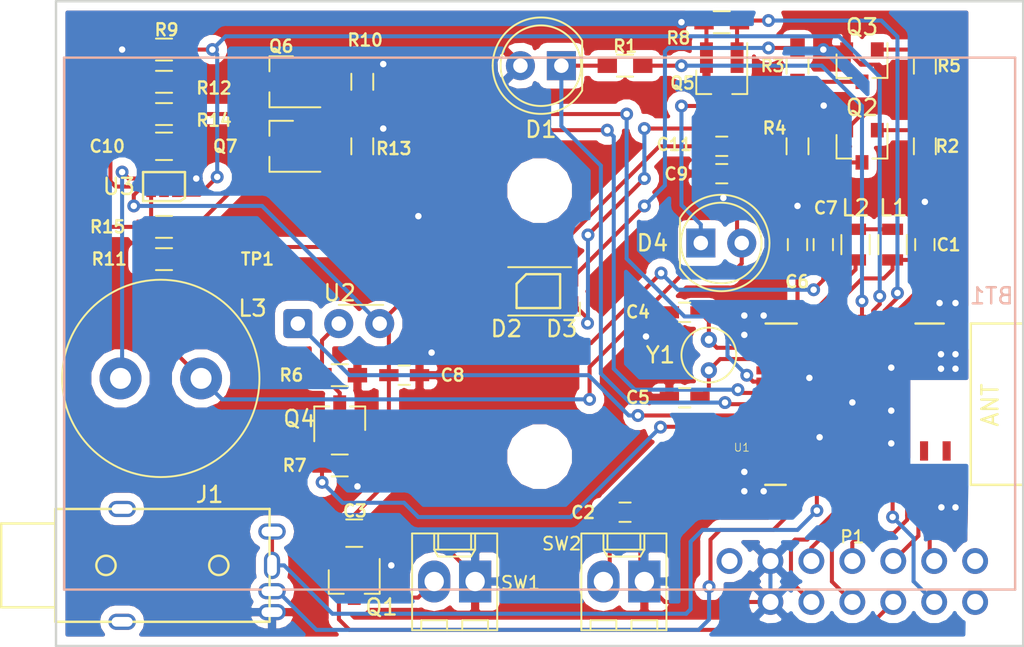
<source format=kicad_pcb>
(kicad_pcb (version 20171130) (host pcbnew 5.0.2-bee76a0~70~ubuntu16.04.1)
  (layers (0 F.Cu signal) (31 B.Cu signal) (34 B.Paste user hide) (35 F.Paste user hide) (36 B.SilkS user) (37 F.SilkS user) (38 B.Mask user) (39 F.Mask user) (44 Edge.Cuts user))
  (net 0 "")
  (net 1 GND)
  (net 2 /DEC4)
  (net 3 /BUTTON)
  (net 4 VDD)
  (net 5 /LFCLK_XL1)
  (net 6 /LFCLK_XL2)
  (net 7 /Sheet5C63BFE7/VLED)
  (net 8 "Net-(C11-Pad2)")
  (net 9 /LIGHT_SENSE)
  (net 10 "Net-(D2-Pad4)")
  (net 11 "Net-(D2-Pad2)")
  (net 12 "Net-(D4-Pad1)")
  (net 13 "Net-(L1-Pad2)")
  (net 14 /DCC)
  (net 15 "Net-(L3-Pad1)")
  (net 16 /SWDIO)
  (net 17 /SWDCLK)
  (net 18 /RESET)
  (net 19 /GPIO2)
  (net 20 /RX)
  (net 21 /GPIO1)
  (net 22 /TX)
  (net 23 "Net-(Q1-Pad3)")
  (net 24 "Net-(Q2-Pad3)")
  (net 25 /LED_RED)
  (net 26 /LED_GREEN)
  (net 27 "Net-(Q3-Pad3)")
  (net 28 "Net-(Q4-Pad3)")
  (net 29 /RX_EN)
  (net 30 "Net-(Q6-Pad3)")
  (net 31 "Net-(Q7-Pad3)")
  (net 32 /RX_OUT)
  (net 33 /FOCUS)
  (net 34 /TRIGGER)
  (net 35 /LIGHT_SENSE_EN)
  (net 36 /IR_LED_EN)
  (net 37 /PWR1)
  (net 38 /PWR2)
  (net 39 /REG_EN)
  (module Package_TO_SOT_SMD:SOT-23 (layer F.Cu) (at 50 4 270)
    (fp_text reference Q3 (at -2.4 0) (layer F.SilkS))
    (fp_text value SI2302)
    (pad 1 smd rect (at -1 -0.95 270) (size 0.9 0.8) (layers F.Cu F.Paste F.Mask) (net 26 /LED_GREEN))
    (pad 2 smd rect (at -1 0.95 270) (size 0.9 0.8) (layers F.Cu F.Paste F.Mask) (net 1 GND))
    (pad 3 smd rect (at 1 0 270) (size 0.9 0.8) (layers F.Cu F.Paste F.Mask) (net 27 "Net-(Q3-Pad3)"))
  )
  (module senseBe_rev1_fp:R_0603_HandSoldering (layer F.Cu) (at 6.7 7)
    (fp_text reference R14 (at 3.1 0.39) (layer F.SilkS) (effects (font (size 0.75 0.75))))
    (fp_text value 3.9M)
    (pad 1 smd rect (at -1.1 0) (size 1.2 0.9) (layers F.Cu F.Paste F.Mask) (net 8 "Net-(C11-Pad2)"))
    (pad 2 smd rect (at 1.1 0) (size 1.2 0.9) (layers F.Cu F.Paste F.Mask) (net 30 "Net-(Q6-Pad3)"))
  )
  (module senseBe_rev1_fp:Vishay_MINIMOLD-3Pin (layer F.Cu) (at 15 20)
    (fp_text reference U2 (at 2.6 -1.9 180) (layer F.SilkS))
    (fp_text value TSSP4056)
    (pad 1 thru_hole roundrect (at 0 0) (size 1.8 1.8) (drill 0.9) (layers *.Cu *.Mask) (roundrect_rratio 0.139) (net 32 /RX_OUT))
    (pad 2 thru_hole circle (at 2.54 0) (size 1.8 1.8) (drill 0.9) (layers *.Cu *.Mask) (net 28 "Net-(Q4-Pad3)"))
    (pad 3 thru_hole circle (at 5.08 0) (size 1.8 1.8) (drill 0.9) (layers *.Cu *.Mask) (net 4 VDD))
  )
  (module senseBe_rev1_fp:2462_BatteryHolder_AAx2 (layer B.Cu) (at 30 20 90)
    (fp_text reference BT1 (at 1.712 28.039 180) (layer B.SilkS) (effects (justify mirror)))
    (fp_text value Battery)
  )
  (module senseBe_rev1_fp:C_0805_HandSoldering (layer F.Cu) (at 6.7 9)
    (fp_text reference C10 (at -3.525 0) (layer F.SilkS) (effects (font (size 0.75 0.75))))
    (fp_text value 22u)
    (pad 2 smd rect (at 1.25 0) (size 1.5 1.25) (layers F.Cu F.Paste F.Mask) (net 1 GND))
    (pad 1 smd rect (at -1.25 0) (size 1.5 1.25) (layers F.Cu F.Paste F.Mask) (net 4 VDD))
  )
  (module senseBe_rev1_fp:mdbt42Q (layer F.Cu) (at 50.5 25 270)
    (fp_text reference U1 (at 2.686 7.955) (layer F.SilkS) (effects (font (size 0.5 0.5) (thickness 0.05))))
    (fp_text value MDBT42Q hide)
    (fp_text user ANT (at 0.05 -7.45 270) (layer F.SilkS))
    (pad 12 smd rect (at -4.3 6.25 270) (size 0.5 1.6) (layers F.Cu F.Paste F.Mask) (net 1 GND))
    (pad 2 smd rect (at -4.75 -2.3 270) (size 1.6 0.5) (layers F.Cu F.Paste F.Mask) (net 26 /LED_GREEN))
    (pad 1 smd rect (at -4.75 -5.3 270) (size 1.6 0.9) (layers F.Cu F.Paste F.Mask) (net 1 GND))
    (pad 3 smd rect (at -4.75 -1.6 270) (size 1.6 0.5) (layers F.Cu F.Paste F.Mask) (net 25 /LED_RED))
    (pad 4 smd rect (at -4.75 -0.9 270) (size 1.6 0.5) (layers F.Cu F.Paste F.Mask) (net 36 /IR_LED_EN))
    (pad 5 smd rect (at -4.75 -0.2 270) (size 1.6 0.5) (layers F.Cu F.Paste F.Mask) (net 39 /REG_EN))
    (pad 6 smd rect (at -4.75 0.5 270) (size 1.6 0.5) (layers F.Cu F.Paste F.Mask) (net 35 /LIGHT_SENSE_EN))
    (pad 7 smd rect (at -4.75 1.2 270) (size 1.6 0.5) (layers F.Cu F.Paste F.Mask))
    (pad 8 smd rect (at -4.75 1.9 270) (size 1.6 0.5) (layers F.Cu F.Paste F.Mask) (net 4 VDD))
    (pad 9 smd rect (at -4.75 2.6 270) (size 1.6 0.5) (layers F.Cu F.Paste F.Mask) (net 2 /DEC4))
    (pad 10 smd rect (at -4.75 3.3 270) (size 1.6 0.5) (layers F.Cu F.Paste F.Mask) (net 14 /DCC))
    (pad 11 smd rect (at -4.75 4 270) (size 1.6 0.5) (layers F.Cu F.Paste F.Mask) (net 4 VDD))
    (pad 13 smd rect (at -3.5 6.25 270) (size 0.5 1.6) (layers F.Cu F.Paste F.Mask) (net 5 /LFCLK_XL1))
    (pad 14 smd rect (at -2.8 6.25 270) (size 0.5 1.6) (layers F.Cu F.Paste F.Mask) (net 6 /LFCLK_XL2))
    (pad 15 smd rect (at -2.1 6.25 270) (size 0.5 1.6) (layers F.Cu F.Paste F.Mask))
    (pad 16 smd rect (at -1.4 6.25 270) (size 0.5 1.6) (layers F.Cu F.Paste F.Mask) (net 37 /PWR1))
    (pad 17 smd rect (at -0.7 6.25 270) (size 0.5 1.6) (layers F.Cu F.Paste F.Mask) (net 38 /PWR2))
    (pad 18 smd rect (at 0 6.25 270) (size 0.5 1.6) (layers F.Cu F.Paste F.Mask) (net 9 /LIGHT_SENSE))
    (pad 19 smd rect (at 0.7 6.25 270) (size 0.5 1.6) (layers F.Cu F.Paste F.Mask) (net 32 /RX_OUT))
    (pad 20 smd rect (at 1.4 6.25 270) (size 0.5 1.6) (layers F.Cu F.Paste F.Mask) (net 29 /RX_EN))
    (pad 21 smd rect (at 2.1 6.25 270) (size 0.5 1.6) (layers F.Cu F.Paste F.Mask) (net 3 /BUTTON))
    (pad 22 smd rect (at 2.8 6.25 270) (size 0.5 1.6) (layers F.Cu F.Paste F.Mask))
    (pad 23 smd rect (at 3.5 6.25 270) (size 0.5 1.6) (layers F.Cu F.Paste F.Mask))
    (pad 24 smd rect (at 4.2 6.25 270) (size 0.5 1.6) (layers F.Cu F.Paste F.Mask) (net 1 GND))
    (pad 25 smd rect (at 4.75 4.7 270) (size 1.6 0.5) (layers F.Cu F.Paste F.Mask))
    (pad 26 smd rect (at 4.75 4 270) (size 1.6 0.5) (layers F.Cu F.Paste F.Mask) (net 33 /FOCUS))
    (pad 27 smd rect (at 4.75 3.3 270) (size 1.6 0.5) (layers F.Cu F.Paste F.Mask) (net 34 /TRIGGER))
    (pad 28 smd rect (at 4.75 2.6 270) (size 1.6 0.5) (layers F.Cu F.Paste F.Mask))
    (pad 29 smd rect (at 4.75 1.9 270) (size 1.6 0.5) (layers F.Cu F.Paste F.Mask))
    (pad 30 smd rect (at 4.75 1.2 270) (size 1.6 0.5) (layers F.Cu F.Paste F.Mask))
    (pad 31 smd rect (at 4.75 0.5 270) (size 1.6 0.5) (layers F.Cu F.Paste F.Mask) (net 20 /RX))
    (pad 32 smd rect (at 4.75 -0.2 270) (size 1.6 0.5) (layers F.Cu F.Paste F.Mask) (net 19 /GPIO2))
    (pad 33 smd rect (at 4.75 -0.9 270) (size 1.6 0.5) (layers F.Cu F.Paste F.Mask) (net 21 /GPIO1))
    (pad 34 smd rect (at 4.75 -1.6 270) (size 1.6 0.5) (layers F.Cu F.Paste F.Mask) (net 22 /TX))
    (pad 35 smd rect (at 4.75 -2.3 270) (size 1.6 0.5) (layers F.Cu F.Paste F.Mask) (net 18 /RESET))
    (pad 36 smd rect (at 4.75 -3 270) (size 1.6 0.5) (layers F.Cu F.Paste F.Mask) (net 17 /SWDCLK))
    (pad 37 smd rect (at 4.75 -3.7 270) (size 1.6 0.5) (layers F.Cu F.Paste F.Mask) (net 16 /SWDIO))
    (pad 38 smd rect (at 4.75 -4.4 270) (size 1.6 0.5) (layers F.Cu F.Paste F.Mask))
    (pad 39 smd rect (at 4.75 -5.3 270) (size 1.6 0.9) (layers F.Cu F.Paste F.Mask) (net 1 GND))
    (pad 40 smd rect (at 2.9 -4.75 270) (size 1.2 0.5) (layers F.Cu F.Paste F.Mask))
    (pad 41 smd rect (at 2.9 -3.35 270) (size 1.2 0.5) (layers F.Cu F.Paste F.Mask))
  )
  (module senseBe_rev1_fp:PJ-32434-3_5mm-AudioJack (layer F.Cu) (at 6.6 35 90)
    (fp_text reference J1 (at 4.393 2.925 180) (layer F.SilkS))
    (fp_text value PJ-32434_3-5mmAudioJack)
    (pad 1 thru_hole oval (at -2.9 6.8 90) (size 1 1.7) (drill oval 0.6 1.3) (layers *.Cu *.Mask) (net 1 GND))
    (pad 2 thru_hole oval (at 0 6.8 180) (size 1 1.7) (drill oval 0.6 1.3) (layers *.Cu *.Mask) (net 34 /TRIGGER))
    (pad 3 thru_hole oval (at -1.6 6.8 90) (size 1 1.7) (drill oval 0.6 1.3) (layers *.Cu *.Mask) (net 33 /FOCUS))
    (pad 4 thru_hole oval (at 2.1 6.8 90) (size 1 1.7) (drill oval 0.6 1.3) (layers *.Cu *.Mask) (net 34 /TRIGGER))
    (pad "" thru_hole oval (at -3.5 -2.5 90) (size 1 1.7) (drill oval 0.6 1.3) (layers *.Cu *.Mask))
    (pad "" thru_hole oval (at 3.5 -2.5 90) (size 1 1.7) (drill oval 0.6 1.3) (layers *.Cu *.Mask))
  )
  (module senseBe_rev1_fp:LED_APBD3224SURKCGKC-F01 (layer F.Cu) (at 30 18 180)
    (fp_text reference D3 (at -1.369 -2.32 180) (layer F.SilkS))
    (fp_text value APBD3224SURKCGKC)
    (pad 2 smd rect (at -1.6 -0.7 180) (size 1.6 0.8) (layers F.Cu F.Paste F.Mask) (net 10 "Net-(D2-Pad4)"))
    (pad 1 smd rect (at 1.6 -0.7 180) (size 1.6 0.8) (layers F.Cu F.Paste F.Mask) (net 4 VDD))
    (pad 3 smd rect (at 1.6 0.7 180) (size 1.6 0.8) (layers F.Cu F.Paste F.Mask) (net 4 VDD))
    (pad 4 smd rect (at -1.6 0.7 180) (size 1.6 0.8) (layers F.Cu F.Paste F.Mask) (net 11 "Net-(D2-Pad2)"))
  )
  (module senseBe_rev1_fp:C_0603_HandSoldering (layer F.Cu) (at 53.9 15.1 270)
    (fp_text reference C1 (at 0.013 -1.472) (layer F.SilkS) (effects (font (size 0.75 0.75))))
    (fp_text value 1uF)
    (pad 1 smd rect (at -0.95 0 270) (size 1.2 0.75) (layers F.Cu F.Paste F.Mask) (net 1 GND))
    (pad 2 smd rect (at 0.95 0 270) (size 1.2 0.75) (layers F.Cu F.Paste F.Mask) (net 2 /DEC4))
  )
  (module senseBe_rev1_fp:C_0603_HandSoldering (layer F.Cu) (at 35.3 31.7 180)
    (fp_text reference C2 (at 2.6 -0.02 180) (layer F.SilkS) (effects (font (size 0.75 0.75))))
    (fp_text value 100nF)
    (pad 1 smd rect (at -0.95 0 180) (size 1.2 0.75) (layers F.Cu F.Paste F.Mask) (net 1 GND))
    (pad 2 smd rect (at 0.95 0 180) (size 1.2 0.75) (layers F.Cu F.Paste F.Mask) (net 3 /BUTTON))
  )
  (module senseBe_rev1_fp:C_0603_HandSoldering (layer F.Cu) (at 39 19.3)
    (fp_text reference C4 (at -2.9 -0.02) (layer F.SilkS) (effects (font (size 0.75 0.75))))
    (fp_text value 8pF)
    (pad 1 smd rect (at -0.95 0) (size 1.2 0.75) (layers F.Cu F.Paste F.Mask) (net 1 GND))
    (pad 2 smd rect (at 0.95 0) (size 1.2 0.75) (layers F.Cu F.Paste F.Mask) (net 5 /LFCLK_XL1))
  )
  (module senseBe_rev1_fp:C_0603_HandSoldering (layer F.Cu) (at 39 24.6)
    (fp_text reference C5 (at -2.9 -0.02) (layer F.SilkS) (effects (font (size 0.75 0.75))))
    (fp_text value 8pF)
    (pad 2 smd rect (at 0.95 0) (size 1.2 0.75) (layers F.Cu F.Paste F.Mask) (net 6 /LFCLK_XL2))
    (pad 1 smd rect (at -0.95 0) (size 1.2 0.75) (layers F.Cu F.Paste F.Mask) (net 1 GND))
  )
  (module senseBe_rev1_fp:C_0603_HandSoldering (layer F.Cu) (at 46 15.1 270)
    (fp_text reference C6 (at 2.299 0.026) (layer F.SilkS) (effects (font (size 0.75 0.75))))
    (fp_text value 1uF)
    (pad 2 smd rect (at 0.95 0 270) (size 1.2 0.75) (layers F.Cu F.Paste F.Mask) (net 4 VDD))
    (pad 1 smd rect (at -0.95 0 270) (size 1.2 0.75) (layers F.Cu F.Paste F.Mask) (net 1 GND))
  )
  (module senseBe_rev1_fp:C_0603_HandSoldering (layer F.Cu) (at 47.6 15.1 270)
    (fp_text reference C7 (at -2.273 -0.152) (layer F.SilkS) (effects (font (size 0.75 0.75))))
    (fp_text value 100nF)
    (pad 2 smd rect (at 0.95 0 270) (size 1.2 0.75) (layers F.Cu F.Paste F.Mask) (net 4 VDD))
    (pad 1 smd rect (at -0.95 0 270) (size 1.2 0.75) (layers F.Cu F.Paste F.Mask) (net 1 GND))
  )
  (module senseBe_rev1_fp:C_0603_HandSoldering (layer F.Cu) (at 21.6 23.2)
    (fp_text reference C8 (at 3 0) (layer F.SilkS) (effects (font (size 0.75 0.75))))
    (fp_text value 100nF)
    (pad 1 smd rect (at -0.95 0) (size 1.2 0.75) (layers F.Cu F.Paste F.Mask) (net 4 VDD))
    (pad 2 smd rect (at 0.95 0) (size 1.2 0.75) (layers F.Cu F.Paste F.Mask) (net 1 GND))
  )
  (module senseBe_rev1_fp:C_0603_HandSoldering (layer F.Cu) (at 41.3 10.7 180)
    (fp_text reference C9 (at 2.819 -0.02 180) (layer F.SilkS) (effects (font (size 0.75 0.75))))
    (fp_text value 10u)
    (pad 1 smd rect (at -0.95 0 180) (size 1.2 0.75) (layers F.Cu F.Paste F.Mask) (net 7 /Sheet5C63BFE7/VLED))
    (pad 2 smd rect (at 0.95 0 180) (size 1.2 0.75) (layers F.Cu F.Paste F.Mask) (net 1 GND))
  )
  (module senseBe_rev1_fp:C_0603_HandSoldering (layer F.Cu) (at 41.3 9 180)
    (fp_text reference C11 (at 2.946 0.11 180) (layer F.SilkS) (effects (font (size 0.75 0.75))))
    (fp_text value 8p)
    (pad 2 smd rect (at 0.95 0 180) (size 1.2 0.75) (layers F.Cu F.Paste F.Mask) (net 8 "Net-(C11-Pad2)"))
    (pad 1 smd rect (at -0.95 0 180) (size 1.2 0.75) (layers F.Cu F.Paste F.Mask) (net 7 /Sheet5C63BFE7/VLED))
  )
  (module LED_THT:LED_D5.0mm (layer F.Cu) (at 31.35 4 180)
    (fp_text reference D1 (at 1.27 -3.96 180) (layer F.SilkS))
    (fp_text value D_Photo)
    (pad 2 thru_hole circle (at 2.54 0 180) (size 1.8 1.8) (drill 0.9) (layers *.Cu *.Mask) (net 1 GND))
    (pad 1 thru_hole rect (at 0 0 180) (size 1.8 1.8) (drill 0.9) (layers *.Cu *.Mask) (net 9 /LIGHT_SENSE))
  )
  (module senseBe_rev1_fp:18-225_R6G6C-A01_3T (layer F.Cu) (at 29.972 18.034 180)
    (fp_text reference D2 (at 2.032 -2.286 180) (layer F.SilkS))
    (fp_text value 18-225/R6G6C-A01/3T)
    (pad 4 smd rect (at -0.7 -0.4 180) (size 0.6 0.5) (layers F.Cu F.Paste F.Mask) (net 10 "Net-(D2-Pad4)"))
    (pad 3 smd rect (at 0.7 -0.4 180) (size 0.6 0.5) (layers F.Cu F.Paste F.Mask) (net 4 VDD))
    (pad 1 smd rect (at 0.7 0.4 180) (size 0.6 0.5) (layers F.Cu F.Paste F.Mask) (net 4 VDD))
    (pad 2 smd rect (at -0.7 0.4 180) (size 0.6 0.5) (layers F.Cu F.Paste F.Mask) (net 11 "Net-(D2-Pad2)"))
  )
  (module LED_THT:LED_D5.0mm (layer F.Cu) (at 40 15)
    (fp_text reference D4 (at -3 0) (layer F.SilkS))
    (fp_text value SFH4545)
    (pad 1 thru_hole rect (at 0 0) (size 1.8 1.8) (drill 0.9) (layers *.Cu *.Mask) (net 12 "Net-(D4-Pad1)"))
    (pad 2 thru_hole circle (at 2.54 0) (size 1.8 1.8) (drill 0.9) (layers *.Cu *.Mask) (net 7 /Sheet5C63BFE7/VLED))
  )
  (module MountingHole:MountingHole_3mm (layer F.Cu) (at 30 11.75)
    (fp_text reference MK1 hide)
    (fp_text value Mounting_Hole)
    (pad 1 np_thru_hole circle (at 0 0) (size 3 3) (drill 3) (layers *.Cu *.Mask))
  )
  (module MountingHole:MountingHole_3mm (layer F.Cu) (at 30 28.25)
    (fp_text reference MK2 hide)
    (fp_text value Mounting_Hole)
    (pad 1 np_thru_hole circle (at 0 0) (size 3 3) (drill 3) (layers *.Cu *.Mask))
  )
  (module senseBe_rev1_fp:prog_connect (layer F.Cu) (at 49.4 36 180)
    (fp_text reference P1 (at 0 2.770002) (layer F.SilkS) (effects (font (size 0.762 0.762) (thickness 0.127))))
    (fp_text value CONN_02X05)
    (pad "" np_thru_hole circle (at 7.62 1.27 180) (size 1.6 1.6) (drill 1) (layers *.Cu *.Mask))
    (pad "" np_thru_hole circle (at -7.62 -1.27 180) (size 1.6 1.6) (drill 1) (layers *.Cu *.Mask))
    (pad 1 thru_hole circle (at -5.08 1.27 180) (size 1.6 1.6) (drill 1) (layers *.Cu *.Mask) (net 16 /SWDIO))
    (pad 3 thru_hole circle (at -2.54 1.27 180) (size 1.6 1.6) (drill 1) (layers *.Cu *.Mask) (net 17 /SWDCLK))
    (pad 5 thru_hole circle (at 0 1.27 180) (size 1.6 1.6) (drill 1) (layers *.Cu *.Mask) (net 18 /RESET))
    (pad 7 thru_hole circle (at 2.54 1.27 180) (size 1.6 1.6) (drill 1) (layers *.Cu *.Mask) (net 19 /GPIO2))
    (pad 9 thru_hole circle (at 5.08 1.27 180) (size 1.6 1.6) (drill 1) (layers *.Cu *.Mask) (net 1 GND))
    (pad 10 thru_hole circle (at 5.08 -1.27 180) (size 1.6 1.6) (drill 1) (layers *.Cu *.Mask) (net 1 GND))
    (pad 8 thru_hole circle (at 2.54 -1.27 180) (size 1.6 1.6) (drill 1) (layers *.Cu *.Mask) (net 20 /RX))
    (pad 6 thru_hole circle (at 0 -1.27 180) (size 1.6 1.6) (drill 1) (layers *.Cu *.Mask) (net 21 /GPIO1))
    (pad 4 thru_hole circle (at -2.54 -1.27 180) (size 1.6 1.6) (drill 1) (layers *.Cu *.Mask) (net 4 VDD))
    (pad 2 thru_hole circle (at -5.08 -1.27 180) (size 1.6 1.6) (drill 1) (layers *.Cu *.Mask) (net 22 /TX))
    (pad "" np_thru_hole circle (at -7.62 1.27 180) (size 1.6 1.6) (drill 1) (layers *.Cu *.Mask))
  )
  (module Package_TO_SOT_SMD:SOT-23 (layer F.Cu) (at 18.5 36 270)
    (fp_text reference Q1 (at 1.592 -1.693) (layer F.SilkS))
    (fp_text value TSM2301)
    (pad 1 smd rect (at -1 -0.95 270) (size 0.9 0.8) (layers F.Cu F.Paste F.Mask) (net 1 GND))
    (pad 2 smd rect (at -1 0.95 270) (size 0.9 0.8) (layers F.Cu F.Paste F.Mask) (net 4 VDD))
    (pad 3 smd rect (at 1 0 270) (size 0.9 0.8) (layers F.Cu F.Paste F.Mask) (net 23 "Net-(Q1-Pad3)"))
  )
  (module Package_TO_SOT_SMD:SOT-23 (layer F.Cu) (at 50 9 270)
    (fp_text reference Q2 (at -2.4 0) (layer F.SilkS))
    (fp_text value SI2302)
    (pad 3 smd rect (at 1 0 270) (size 0.9 0.8) (layers F.Cu F.Paste F.Mask) (net 24 "Net-(Q2-Pad3)"))
    (pad 2 smd rect (at -1 0.95 270) (size 0.9 0.8) (layers F.Cu F.Paste F.Mask) (net 1 GND))
    (pad 1 smd rect (at -1 -0.95 270) (size 0.9 0.8) (layers F.Cu F.Paste F.Mask) (net 25 /LED_RED))
  )
  (module Package_TO_SOT_SMD:SOT-23 (layer F.Cu) (at 17.6 25.9 90)
    (fp_text reference Q4 (at 0 -2.5 180) (layer F.SilkS))
    (fp_text value SI2302)
    (pad 3 smd rect (at 1 0 90) (size 0.9 0.8) (layers F.Cu F.Paste F.Mask) (net 28 "Net-(Q4-Pad3)"))
    (pad 2 smd rect (at -1 0.95 90) (size 0.9 0.8) (layers F.Cu F.Paste F.Mask) (net 1 GND))
    (pad 1 smd rect (at -1 -0.95 90) (size 0.9 0.8) (layers F.Cu F.Paste F.Mask) (net 29 /RX_EN))
  )
  (module senseBeTx_rev3_fp:SOT-23_Handsoldering (layer F.Cu) (at 41.3 5 270)
    (fp_text reference Q5 (at 0.08 2.438) (layer F.SilkS) (effects (font (size 0.75 0.75))))
    (fp_text value SI2302)
    (pad 3 smd rect (at 1.5 0 270) (size 1.9 0.8) (layers F.Cu F.Paste F.Mask) (net 12 "Net-(D4-Pad1)"))
    (pad 2 smd rect (at -1.5 0.95 270) (size 1.9 0.8) (layers F.Cu F.Paste F.Mask) (net 1 GND))
    (pad 1 smd rect (at -1.5 -0.95 270) (size 1.9 0.8) (layers F.Cu F.Paste F.Mask) (net 36 /IR_LED_EN))
  )
  (module senseBeTx_rev3_fp:SOT-23_Handsoldering (layer F.Cu) (at 14 5 180)
    (fp_text reference Q6 (at 0.03 2.206) (layer F.SilkS) (effects (font (size 0.75 0.75))))
    (fp_text value SI2302)
    (pad 1 smd rect (at -1.5 -0.95 180) (size 1.9 0.8) (layers F.Cu F.Paste F.Mask) (net 37 /PWR1))
    (pad 2 smd rect (at -1.5 0.95 180) (size 1.9 0.8) (layers F.Cu F.Paste F.Mask) (net 1 GND))
    (pad 3 smd rect (at 1.5 0 180) (size 1.9 0.8) (layers F.Cu F.Paste F.Mask) (net 30 "Net-(Q6-Pad3)"))
  )
  (module senseBeTx_rev3_fp:SOT-23_Handsoldering (layer F.Cu) (at 14 9 180)
    (fp_text reference Q7 (at 3.5 0) (layer F.SilkS) (effects (font (size 0.75 0.75))))
    (fp_text value SI2302)
    (pad 3 smd rect (at 1.5 0 180) (size 1.9 0.8) (layers F.Cu F.Paste F.Mask) (net 31 "Net-(Q7-Pad3)"))
    (pad 2 smd rect (at -1.5 0.95 180) (size 1.9 0.8) (layers F.Cu F.Paste F.Mask) (net 1 GND))
    (pad 1 smd rect (at -1.5 -0.95 180) (size 1.9 0.8) (layers F.Cu F.Paste F.Mask) (net 38 /PWR2))
  )
  (module senseBe_rev1_fp:R_0603_HandSoldering (layer F.Cu) (at 35.3 4 180)
    (fp_text reference R1 (at -0.006 1.206 180) (layer F.SilkS) (effects (font (size 0.75 0.75))))
    (fp_text value 100k)
    (pad 1 smd rect (at -1.1 0 180) (size 1.2 0.9) (layers F.Cu F.Paste F.Mask) (net 35 /LIGHT_SENSE_EN))
    (pad 2 smd rect (at 1.1 0 180) (size 1.2 0.9) (layers F.Cu F.Paste F.Mask) (net 9 /LIGHT_SENSE))
  )
  (module senseBe_rev1_fp:R_0603_HandSoldering (layer F.Cu) (at 53.9 9 270)
    (fp_text reference R2 (at 0 -1.4) (layer F.SilkS) (effects (font (size 0.75 0.75))))
    (fp_text value 470k)
    (pad 1 smd rect (at -1.1 0 270) (size 1.2 0.9) (layers F.Cu F.Paste F.Mask) (net 25 /LED_RED))
    (pad 2 smd rect (at 1.1 0 270) (size 1.2 0.9) (layers F.Cu F.Paste F.Mask) (net 1 GND))
  )
  (module senseBe_rev1_fp:R_0603_HandSoldering (layer F.Cu) (at 46 4 90)
    (fp_text reference R3 (at 0 -1.55 180) (layer F.SilkS) (effects (font (size 0.75 0.75))))
    (fp_text value 33)
    (pad 1 smd rect (at -1.1 0 90) (size 1.2 0.9) (layers F.Cu F.Paste F.Mask) (net 27 "Net-(Q3-Pad3)"))
    (pad 2 smd rect (at 1.1 0 90) (size 1.2 0.9) (layers F.Cu F.Paste F.Mask) (net 11 "Net-(D2-Pad2)"))
  )
  (module senseBe_rev1_fp:R_0603_HandSoldering (layer F.Cu) (at 46 9 90)
    (fp_text reference R4 (at 1.126 -1.423 180) (layer F.SilkS) (effects (font (size 0.75 0.75))))
    (fp_text value 24)
    (pad 2 smd rect (at 1.1 0 90) (size 1.2 0.9) (layers F.Cu F.Paste F.Mask) (net 10 "Net-(D2-Pad4)"))
    (pad 1 smd rect (at -1.1 0 90) (size 1.2 0.9) (layers F.Cu F.Paste F.Mask) (net 24 "Net-(Q2-Pad3)"))
  )
  (module senseBe_rev1_fp:R_0603_HandSoldering (layer F.Cu) (at 53.9 4 270)
    (fp_text reference R5 (at 0 -1.5) (layer F.SilkS) (effects (font (size 0.75 0.75))))
    (fp_text value 470k)
    (pad 2 smd rect (at 1.1 0 270) (size 1.2 0.9) (layers F.Cu F.Paste F.Mask) (net 1 GND))
    (pad 1 smd rect (at -1.1 0 270) (size 1.2 0.9) (layers F.Cu F.Paste F.Mask) (net 26 /LED_GREEN))
  )
  (module senseBe_rev1_fp:R_0603_HandSoldering (layer F.Cu) (at 17.6 23.2)
    (fp_text reference R6 (at -3 0) (layer F.SilkS) (effects (font (size 0.75 0.75))))
    (fp_text value 3.9M)
    (pad 2 smd rect (at 1.1 0) (size 1.2 0.9) (layers F.Cu F.Paste F.Mask) (net 1 GND))
    (pad 1 smd rect (at -1.1 0) (size 1.2 0.9) (layers F.Cu F.Paste F.Mask) (net 28 "Net-(Q4-Pad3)"))
  )
  (module senseBe_rev1_fp:R_0603_HandSoldering (layer F.Cu) (at 17.6 28.8)
    (fp_text reference R7 (at -2.8 0) (layer F.SilkS) (effects (font (size 0.75 0.75))))
    (fp_text value 470k)
    (pad 2 smd rect (at 1.1 0) (size 1.2 0.9) (layers F.Cu F.Paste F.Mask) (net 1 GND))
    (pad 1 smd rect (at -1.1 0) (size 1.2 0.9) (layers F.Cu F.Paste F.Mask) (net 29 /RX_EN))
  )
  (module senseBe_rev1_fp:R_0603_HandSoldering (layer F.Cu) (at 41.3 1.3 180)
    (fp_text reference R8 (at 2.692 -0.986 180) (layer F.SilkS) (effects (font (size 0.75 0.75))))
    (fp_text value 470k)
    (pad 1 smd rect (at -1.1 0 180) (size 1.2 0.9) (layers F.Cu F.Paste F.Mask) (net 36 /IR_LED_EN))
    (pad 2 smd rect (at 1.1 0 180) (size 1.2 0.9) (layers F.Cu F.Paste F.Mask) (net 1 GND))
  )
  (module senseBe_rev1_fp:R_0603_HandSoldering (layer F.Cu) (at 6.7 3 180)
    (fp_text reference R9 (at -0.158 1.222 180) (layer F.SilkS) (effects (font (size 0.75 0.75))))
    (fp_text value 470k)
    (pad 2 smd rect (at 1.1 0 180) (size 1.2 0.9) (layers F.Cu F.Paste F.Mask) (net 1 GND))
    (pad 1 smd rect (at -1.1 0 180) (size 1.2 0.9) (layers F.Cu F.Paste F.Mask) (net 39 /REG_EN))
  )
  (module senseBe_rev1_fp:R_0603_HandSoldering (layer F.Cu) (at 19 5 90)
    (fp_text reference R10 (at 2.587 0.177 180) (layer F.SilkS) (effects (font (size 0.75 0.75))))
    (fp_text value 470k)
    (pad 1 smd rect (at -1.1 0 90) (size 1.2 0.9) (layers F.Cu F.Paste F.Mask) (net 37 /PWR1))
    (pad 2 smd rect (at 1.1 0 90) (size 1.2 0.9) (layers F.Cu F.Paste F.Mask) (net 1 GND))
  )
  (module senseBe_rev1_fp:R_0603_HandSoldering (layer F.Cu) (at 6.7 16)
    (fp_text reference R11 (at -3.4 0) (layer F.SilkS) (effects (font (size 0.75 0.75))))
    (fp_text value 470k)
    (pad 1 smd rect (at -1.1 0) (size 1.2 0.9) (layers F.Cu F.Paste F.Mask) (net 7 /Sheet5C63BFE7/VLED))
    (pad 2 smd rect (at 1.1 0) (size 1.2 0.9) (layers F.Cu F.Paste F.Mask) (net 8 "Net-(C11-Pad2)"))
  )
  (module senseBe_rev1_fp:R_0603_HandSoldering (layer F.Cu) (at 6.7 5)
    (fp_text reference R12 (at 3.1 0.39) (layer F.SilkS) (effects (font (size 0.75 0.75))))
    (fp_text value 470k)
    (pad 2 smd rect (at 1.1 0) (size 1.2 0.9) (layers F.Cu F.Paste F.Mask) (net 1 GND))
    (pad 1 smd rect (at -1.1 0) (size 1.2 0.9) (layers F.Cu F.Paste F.Mask) (net 8 "Net-(C11-Pad2)"))
  )
  (module senseBe_rev1_fp:R_0603_HandSoldering (layer F.Cu) (at 19 9 90)
    (fp_text reference R13 (at -0.144 1.955 180) (layer F.SilkS) (effects (font (size 0.75 0.75))))
    (fp_text value 470k)
    (pad 2 smd rect (at 1.1 0 90) (size 1.2 0.9) (layers F.Cu F.Paste F.Mask) (net 1 GND))
    (pad 1 smd rect (at -1.1 0 90) (size 1.2 0.9) (layers F.Cu F.Paste F.Mask) (net 38 /PWR2))
  )
  (module senseBeTx_rev3_fp:R_0603_HandSoldering (layer F.Cu) (at 6.7 14)
    (fp_text reference R15 (at -3.5 0) (layer F.SilkS) (effects (font (size 0.75 0.75))))
    (fp_text value 1.2M)
    (pad 2 smd rect (at 1.1 0) (size 1.2 0.9) (layers F.Cu F.Paste F.Mask) (net 31 "Net-(Q7-Pad3)"))
    (pad 1 smd rect (at -1.1 0) (size 1.2 0.9) (layers F.Cu F.Paste F.Mask) (net 8 "Net-(C11-Pad2)"))
  )
  (module senseBe_rev1_fp:Molex_KK-6410-02_02x2.54mm_Straight (layer F.Cu) (at 26 36 180)
    (fp_text reference SW1 (at -2.818 -0.086) (layer F.SilkS) (effects (font (size 0.8 0.8) (thickness 0.12))))
    (fp_text value SW_SPST)
    (pad 2 thru_hole oval (at 2.54 0 180) (size 2 2.6) (drill 1.2) (layers *.Cu *.Mask) (net 23 "Net-(Q1-Pad3)"))
    (pad 1 thru_hole rect (at 0 0 180) (size 2 2.6) (drill 1.2) (layers *.Cu *.Mask) (net 1 GND))
  )
  (module senseBe_rev1_fp:Molex_KK-6410-02_02x2.54mm_Straight (layer F.Cu) (at 36.5 36 180)
    (fp_text reference SW2 (at 5.131 2.345) (layer F.SilkS) (effects (font (size 0.8 0.8) (thickness 0.12))))
    (fp_text value SW_DPST)
    (pad 1 thru_hole rect (at 0 0 180) (size 2 2.6) (drill 1.2) (layers *.Cu *.Mask) (net 1 GND))
    (pad 2 thru_hole oval (at 2.54 0 180) (size 2 2.6) (drill 1.2) (layers *.Cu *.Mask) (net 3 /BUTTON))
  )
  (module senseBe_rev1_fp:Measurement_Point_Round-SMD-Pad_Small (layer F.Cu) (at 10.2 16)
    (fp_text reference TP1 (at 2.3 0) (layer F.SilkS) (effects (font (size 0.75 0.75))))
    (fp_text value FB_TP)
    (pad 1 smd circle (at 0 0) (size 1.5 1.5) (layers F.Cu F.Mask) (net 8 "Net-(C11-Pad2)"))
  )
  (module "senseBe_rev1_fp:AP3403_U-DFN1616-6(Type G)" (layer F.Cu) (at 6.7 11.5 90)
    (fp_text reference U3 (at 0 -2.8 180) (layer F.SilkS))
    (fp_text value AP3403)
    (pad EP smd rect (at 0 0 90) (size 1.3 0.6) (layers F.Cu F.Paste F.Mask))
    (pad 2 smd rect (at 0 0.8 90) (size 0.3 0.6) (layers F.Cu F.Paste F.Mask) (net 1 GND))
    (pad 5 smd rect (at 0 -0.8 90) (size 0.3 0.6) (layers F.Cu F.Paste F.Mask) (net 4 VDD))
    (pad 4 smd rect (at 0.5 -0.8 90) (size 0.3 0.6) (layers F.Cu F.Paste F.Mask) (net 15 "Net-(L3-Pad1)"))
    (pad 6 smd rect (at -0.5 -0.8 90) (size 0.3 0.6) (layers F.Cu F.Paste F.Mask) (net 8 "Net-(C11-Pad2)"))
    (pad 1 smd rect (at -0.5 0.8 90) (size 0.3 0.6) (layers F.Cu F.Paste F.Mask) (net 39 /REG_EN))
    (pad 3 smd rect (at 0.5 0.8 90) (size 0.3 0.6) (layers F.Cu F.Paste F.Mask) (net 1 GND))
  )
  (module Crystal:Crystal_C38-LF_D3.0mm_L8.0mm_Vertical (layer F.Cu) (at 40.5 21 270)
    (fp_text reference Y1 (at 0.95 3) (layer F.SilkS))
    (fp_text value "T38 Mercury")
    (pad 1 thru_hole circle (at 0 0 270) (size 1 1) (drill 0.5) (layers *.Cu *.Mask) (net 5 /LFCLK_XL1))
    (pad 2 thru_hole circle (at 1.9 0 270) (size 1 1) (drill 0.5) (layers *.Cu *.Mask) (net 6 /LFCLK_XL2))
  )
  (module senseBe_rev1_fp:C_0805_HandSoldering (layer F.Cu) (at 18.5 33)
    (fp_text reference C3 (at 0.042 -1.377) (layer F.SilkS) (effects (font (size 0.75 0.75))))
    (fp_text value 10uF)
    (pad 2 smd rect (at 1.25 0) (size 1.5 1.25) (layers F.Cu F.Paste F.Mask) (net 1 GND))
    (pad 1 smd rect (at -1.25 0) (size 1.5 1.25) (layers F.Cu F.Paste F.Mask) (net 4 VDD))
  )
  (module senseBe_rev1_fp:L_0805 (layer F.Cu) (at 51.9 15.1 90)
    (fp_text reference L1 (at 2.273 0.043 180) (layer F.SilkS))
    (fp_text value 15nH)
    (pad 2 smd rect (at 0.95 0 90) (size 0.7 1.3) (layers F.Cu F.Paste F.Mask) (net 13 "Net-(L1-Pad2)"))
    (pad 1 smd rect (at -0.95 0 90) (size 0.7 1.3) (layers F.Cu F.Paste F.Mask) (net 2 /DEC4))
  )
  (module senseBe_rev1_fp:L_0805 (layer F.Cu) (at 49.6 15.1 270)
    (fp_text reference L2 (at -2.273 0) (layer F.SilkS))
    (fp_text value 10nH)
    (pad 1 smd rect (at -0.95 0 270) (size 0.7 1.3) (layers F.Cu F.Paste F.Mask) (net 13 "Net-(L1-Pad2)"))
    (pad 2 smd rect (at 0.95 0 270) (size 0.7 1.3) (layers F.Cu F.Paste F.Mask) (net 14 /DCC))
  )
  (module Inductor_THT:L_Radial_D12.0mm_P5.00mm_Fastron_11P (layer F.Cu) (at 4 23.4)
    (fp_text reference L3 (at 8.192 -4.35) (layer F.SilkS))
    (fp_text value 22u)
    (pad 1 thru_hole circle (at 0 0) (size 2.6 2.6) (drill 1.3) (layers *.Cu *.Mask) (net 15 "Net-(L3-Pad1)"))
    (pad 2 thru_hole circle (at 5 0) (size 2.6 2.6) (drill 1.3) (layers *.Cu *.Mask) (net 7 /Sheet5C63BFE7/VLED))
  )
  (gr_line (start 60 0) (end 0 0) (layer Edge.Cuts) (width 0.15))
  (gr_line (start 60 40) (end 60 0) (layer Edge.Cuts) (width 0.15))
  (gr_line (start 0 40) (end 60 40) (layer Edge.Cuts) (width 0.15))
  (gr_line (start 0 0) (end 0 40) (layer Edge.Cuts) (width 0.15))
  (segment (start 44.32 35.86137) (end 44.32 37.27) (width 0.25) (layer B.Cu) (net 1))
  (segment (start 44.32 34.73) (end 44.32 35.86137) (width 0.25) (layer B.Cu) (net 1))
  (segment (start 19.75 34.7) (end 19.45 35) (width 0.25) (layer F.Cu) (net 1))
  (segment (start 19.75 33) (end 19.75 34.7) (width 0.25) (layer F.Cu) (net 1))
  (segment (start 40.35 1.45) (end 40.2 1.3) (width 0.25) (layer F.Cu) (net 1))
  (segment (start 40.35 3.5) (end 40.35 1.45) (width 0.25) (layer F.Cu) (net 1))
  (segment (start 18.85 8.05) (end 19 7.9) (width 0.25) (layer F.Cu) (net 1))
  (segment (start 15.5 8.05) (end 18.85 8.05) (width 0.25) (layer F.Cu) (net 1))
  (segment (start 18.85 4.05) (end 19 3.9) (width 0.25) (layer F.Cu) (net 1))
  (segment (start 15.5 4.05) (end 18.85 4.05) (width 0.25) (layer F.Cu) (net 1))
  (segment (start 18.55 28.65) (end 18.7 28.8) (width 0.25) (layer F.Cu) (net 1))
  (segment (start 18.55 26.9) (end 18.55 28.65) (width 0.25) (layer F.Cu) (net 1))
  (segment (start 7.5 11.5) (end 7.5 11) (width 0.25) (layer F.Cu) (net 1))
  (segment (start 5.75 3) (end 7.75 5) (width 0.25) (layer F.Cu) (net 1))
  (segment (start 7.75 5) (end 7.8 5) (width 0.25) (layer F.Cu) (net 1))
  (segment (start 5.6 3) (end 5.75 3) (width 0.25) (layer F.Cu) (net 1))
  (segment (start 7.95 10.55) (end 7.5 11) (width 0.25) (layer F.Cu) (net 1))
  (segment (start 7.95 9) (end 7.95 10.55) (width 0.25) (layer F.Cu) (net 1))
  (via (at 4.1 3) (size 0.8) (drill 0.4) (layers F.Cu B.Cu) (net 1))
  (segment (start 5.6 3) (end 4.1 3) (width 0.25) (layer F.Cu) (net 1))
  (segment (start 46 14.15) (end 47.6 14.15) (width 0.25) (layer F.Cu) (net 1))
  (via (at 41.4 12.2) (size 0.8) (drill 0.4) (layers F.Cu B.Cu) (net 1))
  (segment (start 40.35 11.15) (end 41.4 12.2) (width 0.25) (layer F.Cu) (net 1))
  (segment (start 40.35 10.7) (end 40.35 11.15) (width 0.25) (layer F.Cu) (net 1))
  (via (at 46 12.7) (size 0.8) (drill 0.4) (layers F.Cu B.Cu) (net 1))
  (segment (start 46 14.15) (end 46 12.7) (width 0.25) (layer F.Cu) (net 1))
  (via (at 47.6 3) (size 0.8) (drill 0.4) (layers F.Cu B.Cu) (net 1))
  (segment (start 49.05 3) (end 47.6 3) (width 0.25) (layer F.Cu) (net 1))
  (segment (start 53.2 5.1) (end 53.9 5.1) (width 0.25) (layer F.Cu) (net 1))
  (segment (start 51.9 5.1) (end 53.2 5.1) (width 0.25) (layer F.Cu) (net 1))
  (segment (start 49.05 7.95) (end 51.9 5.1) (width 0.25) (layer F.Cu) (net 1))
  (segment (start 49.05 8) (end 49.05 7.95) (width 0.25) (layer F.Cu) (net 1))
  (via (at 20.3 3.9) (size 0.8) (drill 0.4) (layers F.Cu B.Cu) (net 1))
  (segment (start 19 3.9) (end 20.3 3.9) (width 0.25) (layer F.Cu) (net 1))
  (via (at 20.3 7.9) (size 0.8) (drill 0.4) (layers F.Cu B.Cu) (net 1))
  (segment (start 19 7.9) (end 20.3 7.9) (width 0.25) (layer F.Cu) (net 1))
  (via (at 38.8 1.3) (size 0.8) (drill 0.4) (layers F.Cu B.Cu) (net 1))
  (segment (start 40.2 1.3) (end 38.8 1.3) (width 0.25) (layer F.Cu) (net 1))
  (segment (start 18.7 26.75) (end 18.55 26.9) (width 0.25) (layer F.Cu) (net 1))
  (segment (start 18.7 23.2) (end 18.7 26.75) (width 0.25) (layer F.Cu) (net 1))
  (via (at 23.3 21.8) (size 0.8) (drill 0.4) (layers F.Cu B.Cu) (net 1))
  (segment (start 22.55 22.55) (end 23.3 21.8) (width 0.25) (layer F.Cu) (net 1))
  (segment (start 22.55 23.2) (end 22.55 22.55) (width 0.25) (layer F.Cu) (net 1))
  (via (at 18.7 30.1) (size 0.8) (drill 0.4) (layers F.Cu B.Cu) (net 1))
  (segment (start 18.7 28.8) (end 18.7 30.1) (width 0.25) (layer F.Cu) (net 1))
  (via (at 20.8 35) (size 0.8) (drill 0.4) (layers F.Cu B.Cu) (net 1))
  (segment (start 19.45 35) (end 20.8 35) (width 0.25) (layer F.Cu) (net 1))
  (segment (start 36.25 35.75) (end 36.5 36) (width 0.25) (layer F.Cu) (net 1))
  (segment (start 36.25 31.7) (end 36.25 35.75) (width 0.25) (layer F.Cu) (net 1))
  (segment (start 38.05 24.6) (end 38.05 19.3) (width 0.25) (layer F.Cu) (net 1))
  (via (at 36.6 20.8) (size 0.8) (drill 0.4) (layers F.Cu B.Cu) (net 1))
  (segment (start 38.05 19.35) (end 36.6 20.8) (width 0.25) (layer F.Cu) (net 1))
  (segment (start 38.05 19.3) (end 38.05 19.35) (width 0.25) (layer F.Cu) (net 1))
  (via (at 8.7 11) (size 0.8) (drill 0.4) (layers F.Cu B.Cu) (net 1))
  (segment (start 7.5 11) (end 8.7 11) (width 0.25) (layer F.Cu) (net 1))
  (via (at 43.9 30.4) (size 0.8) (drill 0.4) (layers F.Cu B.Cu) (net 1))
  (via (at 42.7 20.7) (size 0.8) (drill 0.4) (layers F.Cu B.Cu) (net 1))
  (segment (start 44.25 20.7) (end 42.7 20.7) (width 0.25) (layer F.Cu) (net 1))
  (via (at 42.7 19.5) (size 0.8) (drill 0.4) (layers F.Cu B.Cu) (net 1))
  (via (at 43.9 19.5) (size 0.8) (drill 0.4) (layers F.Cu B.Cu) (net 1))
  (via (at 42.7 30.4) (size 0.8) (drill 0.4) (layers F.Cu B.Cu) (net 1))
  (segment (start 44.25 29.2) (end 42.7 29.2) (width 0.25) (layer F.Cu) (net 1))
  (via (at 42.7 29.2) (size 0.8) (drill 0.4) (layers F.Cu B.Cu) (net 1))
  (segment (start 42.7 29.2) (end 42.7 30.4) (width 0.25) (layer B.Cu) (net 1))
  (segment (start 43.9 30.4) (end 42.7 30.4) (width 0.25) (layer B.Cu) (net 1))
  (segment (start 42.7 29.2) (end 43.9 30.4) (width 0.25) (layer B.Cu) (net 1))
  (segment (start 42.7 20.7) (end 42.7 19.5) (width 0.25) (layer B.Cu) (net 1))
  (segment (start 42.7 19.5) (end 43.9 19.5) (width 0.25) (layer B.Cu) (net 1))
  (segment (start 43.9 19.5) (end 42.7 20.7) (width 0.25) (layer B.Cu) (net 1))
  (via (at 55.8 22.8) (size 0.8) (drill 0.4) (layers F.Cu B.Cu) (net 1))
  (via (at 55.8 21.9) (size 0.8) (drill 0.4) (layers F.Cu B.Cu) (net 1))
  (segment (start 55.8 21.9) (end 55.8 20.25) (width 0.25) (layer F.Cu) (net 1))
  (segment (start 55.8 21.9) (end 55.8 22.8) (width 0.25) (layer B.Cu) (net 1))
  (via (at 54.9 21.9) (size 0.8) (drill 0.4) (layers F.Cu B.Cu) (net 1))
  (segment (start 55.8 21.9) (end 54.9 21.9) (width 0.25) (layer B.Cu) (net 1))
  (via (at 54.9 22.8) (size 0.8) (drill 0.4) (layers F.Cu B.Cu) (net 1))
  (segment (start 54.9 21.9) (end 54.9 22.8) (width 0.25) (layer B.Cu) (net 1))
  (segment (start 54.9 22.8) (end 55.8 22.8) (width 0.25) (layer B.Cu) (net 1))
  (via (at 55.8 18.725) (size 0.8) (drill 0.4) (layers F.Cu B.Cu) (net 1))
  (segment (start 55.8 20.25) (end 55.8 18.725) (width 0.25) (layer F.Cu) (net 1))
  (via (at 54.812653 18.725) (size 0.8) (drill 0.4) (layers F.Cu B.Cu) (net 1))
  (segment (start 55.8 18.725) (end 54.812653 18.725) (width 0.25) (layer B.Cu) (net 1))
  (via (at 55.8 31.4) (size 0.8) (drill 0.4) (layers F.Cu B.Cu) (net 1))
  (segment (start 55.8 29.75) (end 55.8 31.4) (width 0.25) (layer F.Cu) (net 1))
  (via (at 54.925 31.4) (size 0.8) (drill 0.4) (layers F.Cu B.Cu) (net 1))
  (segment (start 55.8 31.4) (end 54.925 31.4) (width 0.25) (layer B.Cu) (net 1))
  (segment (start 54.334315 22.8) (end 54.140315 22.606) (width 0.25) (layer B.Cu) (net 1))
  (segment (start 54.9 22.8) (end 54.334315 22.8) (width 0.25) (layer B.Cu) (net 1))
  (via (at 51.816 22.733) (size 0.8) (drill 0.4) (layers F.Cu B.Cu) (net 1))
  (segment (start 51.943 22.606) (end 51.816 22.733) (width 0.25) (layer B.Cu) (net 1))
  (segment (start 54.140315 22.606) (end 51.943 22.606) (width 0.25) (layer B.Cu) (net 1))
  (via (at 51.816 25.4) (size 0.8) (drill 0.4) (layers F.Cu B.Cu) (net 1))
  (segment (start 51.816 22.733) (end 51.816 25.4) (width 0.25) (layer B.Cu) (net 1))
  (via (at 51.816 27.432) (size 0.8) (drill 0.4) (layers F.Cu B.Cu) (net 1))
  (segment (start 51.816 25.4) (end 51.816 27.432) (width 0.25) (layer B.Cu) (net 1))
  (via (at 47.371 27.051) (size 0.8) (drill 0.4) (layers F.Cu B.Cu) (net 1))
  (segment (start 47.752 27.432) (end 47.371 27.051) (width 0.25) (layer B.Cu) (net 1))
  (segment (start 51.816 27.432) (end 47.752 27.432) (width 0.25) (layer B.Cu) (net 1))
  (via (at 49.403 24.892) (size 0.8) (drill 0.4) (layers F.Cu B.Cu) (net 1))
  (segment (start 49.403 25.019) (end 49.403 24.892) (width 0.25) (layer B.Cu) (net 1))
  (segment (start 47.371 27.051) (end 49.403 25.019) (width 0.25) (layer B.Cu) (net 1))
  (segment (start 49.403 24.892) (end 48.26 24.892) (width 0.25) (layer B.Cu) (net 1))
  (via (at 46.736 23.368) (size 0.8) (drill 0.4) (layers F.Cu B.Cu) (net 1))
  (segment (start 48.26 24.892) (end 46.736 23.368) (width 0.25) (layer B.Cu) (net 1))
  (segment (start 45.3 20.7) (end 45.847 21.247) (width 0.25) (layer F.Cu) (net 1))
  (segment (start 44.25 20.7) (end 45.3 20.7) (width 0.25) (layer F.Cu) (net 1))
  (segment (start 45.847 22.479) (end 46.736 23.368) (width 0.25) (layer F.Cu) (net 1))
  (segment (start 45.847 21.247) (end 45.847 22.479) (width 0.25) (layer F.Cu) (net 1))
  (segment (start 41.4 31.7) (end 42.7 30.4) (width 0.25) (layer F.Cu) (net 1))
  (segment (start 36.25 31.7) (end 41.4 31.7) (width 0.25) (layer F.Cu) (net 1))
  (segment (start 37.77 37.27) (end 36.5 36) (width 0.25) (layer F.Cu) (net 1))
  (segment (start 44.32 37.27) (end 37.77 37.27) (width 0.25) (layer F.Cu) (net 1))
  (via (at 53.9 12.446) (size 0.8) (drill 0.4) (layers F.Cu B.Cu) (net 1))
  (segment (start 53.9 14.15) (end 53.9 12.446) (width 0.25) (layer F.Cu) (net 1))
  (segment (start 53.9 12.446) (end 53.9 10.1) (width 0.25) (layer F.Cu) (net 1))
  (segment (start 51.9 5.1) (end 51.9 4.783) (width 0.25) (layer F.Cu) (net 1))
  (segment (start 51.9 4.783) (end 51.054 3.937) (width 0.25) (layer F.Cu) (net 1))
  (segment (start 49.05 3.05) (end 49.05 3) (width 0.25) (layer F.Cu) (net 1))
  (segment (start 49.937 3.937) (end 49.05 3.05) (width 0.25) (layer F.Cu) (net 1))
  (segment (start 51.054 3.937) (end 49.937 3.937) (width 0.25) (layer F.Cu) (net 1))
  (via (at 47.625 6.477) (size 0.8) (drill 0.4) (layers F.Cu B.Cu) (net 1))
  (segment (start 49.05 7.902) (end 47.625 6.477) (width 0.25) (layer F.Cu) (net 1))
  (segment (start 49.05 8) (end 49.05 7.902) (width 0.25) (layer F.Cu) (net 1))
  (via (at 22.479 13.335) (size 0.8) (drill 0.4) (layers F.Cu B.Cu) (net 1))
  (segment (start 20.3 11.156) (end 22.479 13.335) (width 0.25) (layer B.Cu) (net 1))
  (segment (start 20.3 7.9) (end 20.3 11.156) (width 0.25) (layer B.Cu) (net 1))
  (segment (start 22.479 20.979) (end 23.3 21.8) (width 0.25) (layer B.Cu) (net 1))
  (segment (start 22.479 13.335) (end 22.479 20.979) (width 0.25) (layer B.Cu) (net 1))
  (segment (start 20.8 35) (end 22.399 33.401) (width 0.25) (layer F.Cu) (net 1))
  (segment (start 26 35.7) (end 26 36) (width 0.25) (layer F.Cu) (net 1))
  (segment (start 23.701 33.401) (end 26 35.7) (width 0.25) (layer F.Cu) (net 1))
  (segment (start 22.399 33.401) (end 23.701 33.401) (width 0.25) (layer F.Cu) (net 1))
  (segment (start 47.9 20.25) (end 47.9 19.314998) (width 0.25) (layer F.Cu) (net 2))
  (segment (start 51.35 17.2) (end 50.014998 17.2) (width 0.25) (layer F.Cu) (net 2))
  (segment (start 51.9 16.65) (end 51.35 17.2) (width 0.25) (layer F.Cu) (net 2))
  (segment (start 51.9 16.05) (end 51.9 16.65) (width 0.25) (layer F.Cu) (net 2))
  (segment (start 47.9 19.314998) (end 50.014998 17.2) (width 0.25) (layer F.Cu) (net 2))
  (segment (start 51.9 16.05) (end 53.9 16.05) (width 0.25) (layer F.Cu) (net 2))
  (segment (start 34.35 31.075) (end 34.35 31.7) (width 0.25) (layer F.Cu) (net 3))
  (segment (start 38.325 27.1) (end 34.35 31.075) (width 0.25) (layer F.Cu) (net 3))
  (segment (start 44.25 27.1) (end 38.325 27.1) (width 0.25) (layer F.Cu) (net 3))
  (segment (start 34.35 35.61) (end 33.96 36) (width 0.25) (layer F.Cu) (net 3))
  (segment (start 34.35 31.7) (end 34.35 35.61) (width 0.25) (layer F.Cu) (net 3))
  (segment (start 17.25 34.7) (end 17.55 35) (width 0.25) (layer F.Cu) (net 4))
  (segment (start 17.25 33) (end 17.25 34.7) (width 0.25) (layer F.Cu) (net 4))
  (segment (start 50.21 39) (end 51.94 37.27) (width 0.25) (layer F.Cu) (net 4))
  (segment (start 48.6 21.3) (end 48.2 21.7) (width 0.25) (layer F.Cu) (net 4))
  (segment (start 48.6 20.25) (end 48.6 21.3) (width 0.25) (layer F.Cu) (net 4))
  (segment (start 46.5 21.3) (end 46.5 20.25) (width 0.25) (layer F.Cu) (net 4))
  (segment (start 46.9 21.7) (end 46.5 21.3) (width 0.25) (layer F.Cu) (net 4))
  (segment (start 48.2 21.7) (end 46.9 21.7) (width 0.25) (layer F.Cu) (net 4))
  (segment (start 46 19.75) (end 46.5 20.25) (width 0.25) (layer F.Cu) (net 4))
  (segment (start 46 16.05) (end 46 19.75) (width 0.25) (layer F.Cu) (net 4))
  (segment (start 46 16.05) (end 47.6 16.05) (width 0.25) (layer F.Cu) (net 4))
  (segment (start 28.4 17.3) (end 28.4 18.7) (width 0.25) (layer F.Cu) (net 4))
  (segment (start 20.65 20.57) (end 20.08 20) (width 0.25) (layer F.Cu) (net 4))
  (segment (start 20.65 23.2) (end 20.65 20.57) (width 0.25) (layer F.Cu) (net 4))
  (segment (start 17.375 33) (end 17.25 33) (width 0.25) (layer F.Cu) (net 4))
  (segment (start 20.65 29.725) (end 17.375 33) (width 0.25) (layer F.Cu) (net 4))
  (segment (start 20.65 23.2) (end 20.65 29.725) (width 0.25) (layer F.Cu) (net 4))
  (segment (start 18.2 39) (end 50.21 39) (width 0.25) (layer F.Cu) (net 4))
  (segment (start 17.55 38.35) (end 18.2 39) (width 0.25) (layer F.Cu) (net 4))
  (segment (start 17.55 35) (end 17.55 38.35) (width 0.25) (layer F.Cu) (net 4))
  (segment (start 5.45 9) (end 3.6 9) (width 0.25) (layer F.Cu) (net 4))
  (segment (start 3.374999 11.174999) (end 3.7 11.5) (width 0.25) (layer F.Cu) (net 4))
  (segment (start 3.374999 9.225001) (end 3.374999 11.174999) (width 0.25) (layer F.Cu) (net 4))
  (segment (start 3.6 9) (end 3.374999 9.225001) (width 0.25) (layer F.Cu) (net 4))
  (segment (start 5.9 11.5) (end 3.7 11.5) (width 0.25) (layer F.Cu) (net 4))
  (segment (start 4.825 12.025) (end 4.825 12.7) (width 0.25) (layer F.Cu) (net 4))
  (via (at 4.825 12.7) (size 0.8) (drill 0.4) (layers F.Cu B.Cu) (net 4))
  (segment (start 5.35 11.5) (end 4.825 12.025) (width 0.25) (layer F.Cu) (net 4))
  (segment (start 5.9 11.5) (end 5.35 11.5) (width 0.25) (layer F.Cu) (net 4))
  (segment (start 12.78 12.7) (end 4.825 12.7) (width 0.25) (layer B.Cu) (net 4))
  (segment (start 20.08 20) (end 12.78 12.7) (width 0.25) (layer B.Cu) (net 4))
  (segment (start 47.6 17.3) (end 47 17.9) (width 0.25) (layer F.Cu) (net 4))
  (segment (start 47.6 16.05) (end 47.6 17.3) (width 0.25) (layer F.Cu) (net 4))
  (segment (start 21.38 18.7) (end 28.4 18.7) (width 0.25) (layer F.Cu) (net 4))
  (segment (start 20.08 20) (end 21.38 18.7) (width 0.25) (layer F.Cu) (net 4))
  (segment (start 37.4 17) (end 37.536724 16.863276) (width 0.25) (layer F.Cu) (net 4))
  (via (at 37.536724 16.863276) (size 0.8) (drill 0.4) (layers F.Cu B.Cu) (net 4))
  (via (at 47 17.9) (size 0.8) (drill 0.4) (layers F.Cu B.Cu) (net 4))
  (segment (start 38.573448 17.9) (end 47 17.9) (width 0.25) (layer B.Cu) (net 4))
  (segment (start 37.536724 16.863276) (end 38.573448 17.9) (width 0.25) (layer B.Cu) (net 4))
  (segment (start 28.666 18.434) (end 28.4 18.7) (width 0.25) (layer F.Cu) (net 4))
  (segment (start 29.272 18.434) (end 28.666 18.434) (width 0.25) (layer F.Cu) (net 4))
  (segment (start 28.938 17.3) (end 29.272 17.634) (width 0.25) (layer F.Cu) (net 4))
  (segment (start 28.4 17.3) (end 28.938 17.3) (width 0.25) (layer F.Cu) (net 4))
  (segment (start 31.115 21.209) (end 28.606 18.7) (width 0.25) (layer F.Cu) (net 4))
  (segment (start 28.606 18.7) (end 28.4 18.7) (width 0.25) (layer F.Cu) (net 4))
  (segment (start 33.191 21.209) (end 31.115 21.209) (width 0.25) (layer F.Cu) (net 4))
  (segment (start 37.536724 16.863276) (end 33.191 21.209) (width 0.25) (layer F.Cu) (net 4))
  (segment (start 43.2 21.5) (end 44.25 21.5) (width 0.25) (layer F.Cu) (net 5))
  (segment (start 40.999999 21.499999) (end 43.2 21.5) (width 0.25) (layer F.Cu) (net 5))
  (segment (start 40.5 21) (end 40.999999 21.499999) (width 0.25) (layer F.Cu) (net 5))
  (segment (start 40.5 19.85) (end 39.95 19.3) (width 0.25) (layer F.Cu) (net 5))
  (segment (start 40.5 21) (end 40.5 19.85) (width 0.25) (layer F.Cu) (net 5))
  (segment (start 40.5 24.05) (end 39.95 24.6) (width 0.25) (layer F.Cu) (net 6))
  (segment (start 40.5 22.9) (end 40.5 24.05) (width 0.25) (layer F.Cu) (net 6))
  (segment (start 41.2 22.2) (end 44.25 22.2) (width 0.25) (layer F.Cu) (net 6))
  (segment (start 40.5 22.9) (end 41.2 22.2) (width 0.25) (layer F.Cu) (net 6))
  (segment (start 42.25 14.71) (end 42.54 15) (width 0.25) (layer F.Cu) (net 7))
  (segment (start 42.25 10.7) (end 42.25 14.71) (width 0.25) (layer F.Cu) (net 7))
  (segment (start 42.25 10.7) (end 42.25 9) (width 0.25) (layer F.Cu) (net 7))
  (via (at 33.1 24.7) (size 0.8) (drill 0.4) (layers F.Cu B.Cu) (net 7))
  (segment (start 10.3 24.7) (end 33.1 24.7) (width 0.25) (layer B.Cu) (net 7))
  (segment (start 9 23.4) (end 10.3 24.7) (width 0.25) (layer B.Cu) (net 7))
  (segment (start 33.1 22.689998) (end 33.1 24.7) (width 0.25) (layer F.Cu) (net 7))
  (segment (start 38.789998 17) (end 33.1 22.689998) (width 0.25) (layer F.Cu) (net 7))
  (segment (start 41.812792 17) (end 38.789998 17) (width 0.25) (layer F.Cu) (net 7))
  (segment (start 42.54 16.272792) (end 41.812792 17) (width 0.25) (layer F.Cu) (net 7))
  (segment (start 42.54 15) (end 42.54 16.272792) (width 0.25) (layer F.Cu) (net 7))
  (segment (start 5.6 20) (end 5.6 16) (width 0.25) (layer F.Cu) (net 7))
  (segment (start 9 23.4) (end 5.6 20) (width 0.25) (layer F.Cu) (net 7))
  (segment (start 5.9 13.7) (end 5.6 14) (width 0.25) (layer F.Cu) (net 8))
  (segment (start 5.9 12) (end 5.9 13.7) (width 0.25) (layer F.Cu) (net 8))
  (segment (start 5.6 5) (end 5.6 7) (width 0.25) (layer F.Cu) (net 8))
  (segment (start 5.6 7) (end 3.3 7) (width 0.25) (layer F.Cu) (net 8))
  (segment (start 3.3 7) (end 2.7 7.6) (width 0.25) (layer F.Cu) (net 8))
  (segment (start 2.7 7.6) (end 2.7 13.4) (width 0.25) (layer F.Cu) (net 8))
  (segment (start 3.3 14) (end 5.6 14) (width 0.25) (layer F.Cu) (net 8))
  (segment (start 2.7 13.4) (end 3.3 14) (width 0.25) (layer F.Cu) (net 8))
  (segment (start 7.75 16) (end 7.8 16) (width 0.25) (layer F.Cu) (net 8))
  (segment (start 5.75 14) (end 7.75 16) (width 0.25) (layer F.Cu) (net 8))
  (segment (start 5.6 14) (end 5.75 14) (width 0.25) (layer F.Cu) (net 8))
  (segment (start 7.8 16) (end 10.2 16) (width 0.25) (layer F.Cu) (net 8))
  (segment (start 31.176997 15.250001) (end 10.949999 15.250001) (width 0.25) (layer F.Cu) (net 8))
  (segment (start 37.426998 9) (end 31.176997 15.250001) (width 0.25) (layer F.Cu) (net 8))
  (segment (start 10.949999 15.250001) (end 10.2 16) (width 0.25) (layer F.Cu) (net 8))
  (segment (start 40.35 9) (end 37.426998 9) (width 0.25) (layer F.Cu) (net 8))
  (via (at 41.5 24.9) (size 0.8) (drill 0.4) (layers F.Cu B.Cu) (net 9))
  (segment (start 41.6 25) (end 41.5 24.9) (width 0.25) (layer F.Cu) (net 9))
  (segment (start 44.25 25) (end 41.6 25) (width 0.25) (layer F.Cu) (net 9))
  (segment (start 35.6 24.9) (end 41.5 24.9) (width 0.25) (layer B.Cu) (net 9))
  (segment (start 33.8 10.2) (end 33.8 23.1) (width 0.25) (layer B.Cu) (net 9))
  (segment (start 33.8 23.1) (end 35.6 24.9) (width 0.25) (layer B.Cu) (net 9))
  (segment (start 31.35 4) (end 34.2 4) (width 0.25) (layer F.Cu) (net 9))
  (segment (start 31.35 7.75) (end 33.8 10.2) (width 0.25) (layer B.Cu) (net 9))
  (segment (start 31.35 4) (end 31.35 7.75) (width 0.25) (layer B.Cu) (net 9))
  (via (at 36.5 11) (size 0.8) (drill 0.4) (layers F.Cu B.Cu) (net 10))
  (via (at 36.5 7.9) (size 0.8) (drill 0.4) (layers F.Cu B.Cu) (net 10))
  (segment (start 36.5 11) (end 36.5 7.9) (width 0.25) (layer B.Cu) (net 10))
  (segment (start 37.065685 7.9) (end 46 7.9) (width 0.25) (layer F.Cu) (net 10))
  (segment (start 36.5 7.9) (end 37.065685 7.9) (width 0.25) (layer F.Cu) (net 10))
  (via (at 33 14.5) (size 0.8) (drill 0.4) (layers F.Cu B.Cu) (net 10))
  (segment (start 33 14.5) (end 36.5 11) (width 0.25) (layer F.Cu) (net 10))
  (segment (start 31.334 18.434) (end 31.6 18.7) (width 0.25) (layer F.Cu) (net 10))
  (segment (start 30.672 18.434) (end 31.334 18.434) (width 0.25) (layer F.Cu) (net 10))
  (via (at 32.97484 19.97484) (size 0.8) (drill 0.4) (layers F.Cu B.Cu) (net 10))
  (segment (start 33 14.5) (end 33 19.94968) (width 0.25) (layer B.Cu) (net 10))
  (segment (start 32 18.7) (end 32.97484 19.67484) (width 0.25) (layer F.Cu) (net 10))
  (segment (start 32.97484 19.67484) (end 32.97484 19.97484) (width 0.25) (layer F.Cu) (net 10))
  (segment (start 33 19.94968) (end 32.97484 19.97484) (width 0.25) (layer B.Cu) (net 10))
  (segment (start 31.6 18.7) (end 32 18.7) (width 0.25) (layer F.Cu) (net 10))
  (via (at 44.2 2.9) (size 0.8) (drill 0.4) (layers F.Cu B.Cu) (net 11))
  (segment (start 46 2.9) (end 44.2 2.9) (width 0.25) (layer F.Cu) (net 11))
  (segment (start 44.2 2.9) (end 38 2.9) (width 0.25) (layer B.Cu) (net 11))
  (via (at 36.5 12.7) (size 0.8) (drill 0.4) (layers F.Cu B.Cu) (net 11))
  (segment (start 37.774999 11.425001) (end 36.5 12.7) (width 0.25) (layer B.Cu) (net 11))
  (segment (start 37.774999 3.125001) (end 37.774999 11.425001) (width 0.25) (layer B.Cu) (net 11))
  (segment (start 38 2.9) (end 37.774999 3.125001) (width 0.25) (layer B.Cu) (net 11))
  (segment (start 31.266 17.634) (end 31.6 17.3) (width 0.25) (layer F.Cu) (net 11))
  (segment (start 30.672 17.634) (end 31.266 17.634) (width 0.25) (layer F.Cu) (net 11))
  (segment (start 31.9 17.3) (end 31.6 17.3) (width 0.25) (layer F.Cu) (net 11))
  (segment (start 36.5 12.7) (end 31.9 17.3) (width 0.25) (layer F.Cu) (net 11))
  (via (at 38.8 6.5) (size 0.8) (drill 0.4) (layers F.Cu B.Cu) (net 12))
  (segment (start 41.3 6.5) (end 38.8 6.5) (width 0.25) (layer F.Cu) (net 12))
  (segment (start 40 13.85) (end 38.8 12.65) (width 0.25) (layer B.Cu) (net 12))
  (segment (start 40 15) (end 40 13.85) (width 0.25) (layer B.Cu) (net 12))
  (segment (start 38.8 12.65) (end 38.8 6.5) (width 0.25) (layer B.Cu) (net 12))
  (segment (start 49.6 14.15) (end 51.9 14.15) (width 0.25) (layer F.Cu) (net 13))
  (segment (start 47.2 19.05) (end 47.2 20.25) (width 0.25) (layer F.Cu) (net 14))
  (segment (start 49.6 16.65) (end 47.2 19.05) (width 0.25) (layer F.Cu) (net 14))
  (segment (start 49.6 16.05) (end 49.6 16.65) (width 0.25) (layer F.Cu) (net 14))
  (via (at 4.1 10.6) (size 0.8) (drill 0.4) (layers F.Cu B.Cu) (net 15))
  (segment (start 4.5 11) (end 4.1 10.6) (width 0.25) (layer F.Cu) (net 15))
  (segment (start 5.9 11) (end 4.5 11) (width 0.25) (layer F.Cu) (net 15))
  (segment (start 4.1 23.3) (end 4 23.4) (width 0.25) (layer B.Cu) (net 15))
  (segment (start 4.1 10.6) (end 4.1 23.3) (width 0.25) (layer B.Cu) (net 15))
  (segment (start 54.2 34.45) (end 54.48 34.73) (width 0.25) (layer F.Cu) (net 16))
  (segment (start 54.2 29.75) (end 54.2 34.45) (width 0.25) (layer F.Cu) (net 16))
  (segment (start 53.5 33.17) (end 51.94 34.73) (width 0.25) (layer F.Cu) (net 17))
  (segment (start 53.5 29.75) (end 53.5 33.17) (width 0.25) (layer F.Cu) (net 17))
  (segment (start 49.4 33.59863) (end 49.99863 33) (width 0.25) (layer F.Cu) (net 18))
  (segment (start 49.4 34.73) (end 49.4 33.59863) (width 0.25) (layer F.Cu) (net 18))
  (segment (start 52.8 32.173002) (end 52.8 31.9) (width 0.25) (layer F.Cu) (net 18))
  (segment (start 51.973002 33) (end 52.8 32.173002) (width 0.25) (layer F.Cu) (net 18))
  (segment (start 49.99863 33) (end 51.973002 33) (width 0.25) (layer F.Cu) (net 18))
  (segment (start 52.8 29.75) (end 52.8 31.9) (width 0.25) (layer F.Cu) (net 18))
  (segment (start 50.7 30.8) (end 50.7 29.75) (width 0.25) (layer F.Cu) (net 19))
  (segment (start 46.86 33.912) (end 49.022 31.75) (width 0.25) (layer F.Cu) (net 19))
  (segment (start 49.022 31.75) (end 49.75 31.75) (width 0.25) (layer F.Cu) (net 19))
  (segment (start 46.86 34.73) (end 46.86 33.912) (width 0.25) (layer F.Cu) (net 19))
  (segment (start 49.75 31.75) (end 50.7 30.8) (width 0.25) (layer F.Cu) (net 19))
  (segment (start 49.558 31.242) (end 48.768 31.242) (width 0.25) (layer F.Cu) (net 20))
  (segment (start 48.768 31.242) (end 46.609 33.401) (width 0.25) (layer F.Cu) (net 20))
  (segment (start 46.609 33.401) (end 45.847 33.401) (width 0.25) (layer F.Cu) (net 20))
  (segment (start 45.593 36.003) (end 46.060001 36.470001) (width 0.25) (layer F.Cu) (net 20))
  (segment (start 46.060001 36.470001) (end 46.86 37.27) (width 0.25) (layer F.Cu) (net 20))
  (segment (start 45.847 33.401) (end 45.593 33.655) (width 0.25) (layer F.Cu) (net 20))
  (segment (start 50 30.8) (end 49.558 31.242) (width 0.25) (layer F.Cu) (net 20))
  (segment (start 50 29.75) (end 50 30.8) (width 0.25) (layer F.Cu) (net 20))
  (segment (start 45.593 33.655) (end 45.593 36.003) (width 0.25) (layer F.Cu) (net 20))
  (segment (start 49.4 37.27) (end 48.133 36.003) (width 0.25) (layer F.Cu) (net 21))
  (segment (start 48.133 36.003) (end 48.133 33.528) (width 0.25) (layer F.Cu) (net 21))
  (segment (start 48.133 33.528) (end 49.403 32.258) (width 0.25) (layer F.Cu) (net 21))
  (segment (start 49.403 32.258) (end 50.038 32.258) (width 0.25) (layer F.Cu) (net 21))
  (segment (start 51.4 30.896) (end 51.4 29.75) (width 0.25) (layer F.Cu) (net 21))
  (segment (start 50.038 32.258) (end 51.4 30.896) (width 0.25) (layer F.Cu) (net 21))
  (via (at 51.9 32) (size 0.8) (drill 0.4) (layers F.Cu B.Cu) (net 22))
  (segment (start 51.9 31) (end 51.9 32) (width 0.25) (layer F.Cu) (net 22))
  (segment (start 52.1 30.8) (end 51.9 31) (width 0.25) (layer F.Cu) (net 22))
  (segment (start 52.1 29.75) (end 52.1 30.8) (width 0.25) (layer F.Cu) (net 22))
  (segment (start 54.48 37.27) (end 53.2 35.99) (width 0.25) (layer B.Cu) (net 22))
  (segment (start 53.2 33.3) (end 51.9 32) (width 0.25) (layer B.Cu) (net 22))
  (segment (start 53.2 35.99) (end 53.2 33.3) (width 0.25) (layer B.Cu) (net 22))
  (segment (start 22.46 37) (end 23.46 36) (width 0.25) (layer F.Cu) (net 23))
  (segment (start 18.5 37) (end 22.46 37) (width 0.25) (layer F.Cu) (net 23))
  (segment (start 46.1 10) (end 46 10.1) (width 0.25) (layer F.Cu) (net 24))
  (segment (start 50 10) (end 46.1 10) (width 0.25) (layer F.Cu) (net 24))
  (segment (start 52.1 20.25) (end 52.1 19.314998) (width 0.25) (layer F.Cu) (net 25))
  (segment (start 53.8 8) (end 53.9 7.9) (width 0.25) (layer F.Cu) (net 25))
  (segment (start 50.95 8) (end 53.8 8) (width 0.25) (layer F.Cu) (net 25))
  (segment (start 52.1 19.314998) (end 54.014998 17.4) (width 0.25) (layer F.Cu) (net 25))
  (segment (start 54.014998 17.4) (end 54.482 17.4) (width 0.25) (layer F.Cu) (net 25))
  (segment (start 54.482 17.4) (end 54.991 16.891) (width 0.25) (layer F.Cu) (net 25))
  (segment (start 54.991 9.141) (end 53.9 8.05) (width 0.25) (layer F.Cu) (net 25))
  (segment (start 53.9 8.05) (end 53.9 7.9) (width 0.25) (layer F.Cu) (net 25))
  (segment (start 54.991 16.891) (end 54.991 9.141) (width 0.25) (layer F.Cu) (net 25))
  (segment (start 53.8 3) (end 53.9 2.9) (width 0.25) (layer F.Cu) (net 26))
  (segment (start 50.95 3) (end 53.8 3) (width 0.25) (layer F.Cu) (net 26))
  (segment (start 52.8 19.7) (end 54.593 17.907) (width 0.25) (layer F.Cu) (net 26))
  (segment (start 52.8 20.25) (end 52.8 19.7) (width 0.25) (layer F.Cu) (net 26))
  (segment (start 54.593 17.907) (end 54.737 17.907) (width 0.25) (layer F.Cu) (net 26))
  (segment (start 54.737 17.907) (end 55.499 17.145) (width 0.25) (layer F.Cu) (net 26))
  (segment (start 55.499 3.799) (end 54.6 2.9) (width 0.25) (layer F.Cu) (net 26))
  (segment (start 55.499 17.145) (end 55.499 3.799) (width 0.25) (layer F.Cu) (net 26))
  (segment (start 54.6 2.9) (end 53.9 2.9) (width 0.25) (layer F.Cu) (net 26))
  (segment (start 46.1 5) (end 46 5.1) (width 0.25) (layer F.Cu) (net 27))
  (segment (start 50 5) (end 46.1 5) (width 0.25) (layer F.Cu) (net 27))
  (segment (start 17.6 20.06) (end 17.54 20) (width 0.25) (layer B.Cu) (net 28))
  (segment (start 17.6 20.06) (end 17.54 20) (width 0.25) (layer F.Cu) (net 28))
  (segment (start 17.6 24.3) (end 16.5 23.2) (width 0.25) (layer F.Cu) (net 28))
  (segment (start 17.6 24.9) (end 17.6 24.3) (width 0.25) (layer F.Cu) (net 28))
  (segment (start 16.5 21.04) (end 17.54 20) (width 0.25) (layer F.Cu) (net 28))
  (segment (start 16.5 23.2) (end 16.5 21.04) (width 0.25) (layer F.Cu) (net 28))
  (segment (start 16.65 28.65) (end 16.5 28.8) (width 0.25) (layer F.Cu) (net 29))
  (segment (start 16.65 26.9) (end 16.65 28.65) (width 0.25) (layer F.Cu) (net 29))
  (via (at 37.5 26.425) (size 0.8) (drill 0.4) (layers F.Cu B.Cu) (net 29))
  (segment (start 37.525 26.4) (end 37.5 26.425) (width 0.25) (layer F.Cu) (net 29))
  (segment (start 44.25 26.4) (end 37.525 26.4) (width 0.25) (layer F.Cu) (net 29))
  (segment (start 37.5 26.425) (end 31.921 32.004) (width 0.25) (layer B.Cu) (net 29))
  (segment (start 31.921 32.004) (end 22.479 32.004) (width 0.25) (layer B.Cu) (net 29))
  (segment (start 22.479 32.004) (end 21.59 31.115) (width 0.25) (layer B.Cu) (net 29))
  (segment (start 21.59 31.115) (end 17.78 31.115) (width 0.25) (layer B.Cu) (net 29))
  (segment (start 17.78 31.115) (end 16.51 29.845) (width 0.25) (layer B.Cu) (net 29))
  (via (at 16.51 29.845) (size 0.8) (drill 0.4) (layers F.Cu B.Cu) (net 29))
  (segment (start 16.5 29.835) (end 16.51 29.845) (width 0.25) (layer F.Cu) (net 29))
  (segment (start 16.5 28.8) (end 16.5 29.835) (width 0.25) (layer F.Cu) (net 29))
  (segment (start 12.5 5.65) (end 12.5 5) (width 0.25) (layer F.Cu) (net 30))
  (segment (start 11.15 7) (end 12.5 5.65) (width 0.25) (layer F.Cu) (net 30))
  (segment (start 7.8 7) (end 11.15 7) (width 0.25) (layer F.Cu) (net 30))
  (segment (start 12.5 9.65) (end 12.5 9) (width 0.25) (layer F.Cu) (net 31))
  (segment (start 12.5 10.15) (end 12.5 9.65) (width 0.25) (layer F.Cu) (net 31))
  (segment (start 8.65 14) (end 12.5 10.15) (width 0.25) (layer F.Cu) (net 31))
  (segment (start 7.8 14) (end 8.65 14) (width 0.25) (layer F.Cu) (net 31))
  (via (at 36.1 25.7) (size 0.8) (drill 0.4) (layers F.Cu B.Cu) (net 32))
  (segment (start 44.25 25.7) (end 36.1 25.7) (width 0.25) (layer F.Cu) (net 32))
  (segment (start 33.034315 23.2) (end 18.2 23.2) (width 0.25) (layer B.Cu) (net 32))
  (segment (start 35.534315 25.7) (end 33.034315 23.2) (width 0.25) (layer B.Cu) (net 32))
  (segment (start 36.1 25.7) (end 35.534315 25.7) (width 0.25) (layer B.Cu) (net 32))
  (segment (start 18.2 23.2) (end 15 20) (width 0.25) (layer B.Cu) (net 32))
  (segment (start 44.5 32.8) (end 46.5 30.8) (width 0.25) (layer F.Cu) (net 33))
  (segment (start 46.5 30.8) (end 46.5 29.75) (width 0.25) (layer F.Cu) (net 33))
  (segment (start 41.2 32.8) (end 44.5 32.8) (width 0.25) (layer F.Cu) (net 33))
  (segment (start 40.6 33.4) (end 41.2 32.8) (width 0.25) (layer F.Cu) (net 33))
  (via (at 40.513 36.322) (size 0.8) (drill 0.4) (layers F.Cu B.Cu) (net 33))
  (segment (start 40.6 36.235) (end 40.513 36.322) (width 0.25) (layer F.Cu) (net 33))
  (segment (start 40.6 33.4) (end 40.6 36.235) (width 0.25) (layer F.Cu) (net 33))
  (segment (start 13.75 36.6) (end 13.4 36.6) (width 0.25) (layer B.Cu) (net 33))
  (segment (start 40.513 38.354) (end 39.867 39) (width 0.25) (layer B.Cu) (net 33))
  (segment (start 40.513 36.322) (end 40.513 38.354) (width 0.25) (layer B.Cu) (net 33))
  (segment (start 39.867 39) (end 16.15 39) (width 0.25) (layer B.Cu) (net 33))
  (segment (start 16.15 39) (end 13.75 36.6) (width 0.25) (layer B.Cu) (net 33))
  (via (at 47.2 31.6) (size 0.8) (drill 0.4) (layers F.Cu B.Cu) (net 34))
  (segment (start 47.2 29.75) (end 47.2 31.6) (width 0.25) (layer F.Cu) (net 34))
  (segment (start 13.4 35) (end 13.4 32.9) (width 0.25) (layer F.Cu) (net 34))
  (segment (start 46 32.8) (end 47.2 31.6) (width 0.25) (layer B.Cu) (net 34))
  (segment (start 39.37 33.528) (end 40.098 32.8) (width 0.25) (layer B.Cu) (net 34))
  (segment (start 39.37 37.719) (end 39.37 33.528) (width 0.25) (layer B.Cu) (net 34))
  (segment (start 13.4 35) (end 14.15 35) (width 0.25) (layer B.Cu) (net 34))
  (segment (start 40.098 32.8) (end 46 32.8) (width 0.25) (layer B.Cu) (net 34))
  (segment (start 14.15 35) (end 17.15 38) (width 0.25) (layer B.Cu) (net 34))
  (segment (start 17.15 38) (end 39.1 38) (width 0.25) (layer B.Cu) (net 34))
  (segment (start 39.1 37.989) (end 39.37 37.719) (width 0.25) (layer B.Cu) (net 34))
  (segment (start 39.1 38) (end 39.1 37.989) (width 0.25) (layer B.Cu) (net 34))
  (via (at 50 18.6) (size 0.8) (drill 0.4) (layers F.Cu B.Cu) (net 35))
  (segment (start 50 20.25) (end 50 18.6) (width 0.25) (layer F.Cu) (net 35))
  (segment (start 50 18.6) (end 50 6.5) (width 0.25) (layer B.Cu) (net 35))
  (via (at 38.8 4) (size 0.8) (drill 0.4) (layers F.Cu B.Cu) (net 35))
  (segment (start 47.5 4) (end 38.8 4) (width 0.25) (layer B.Cu) (net 35))
  (segment (start 50 6.5) (end 47.5 4) (width 0.25) (layer B.Cu) (net 35))
  (segment (start 38.8 4) (end 36.4 4) (width 0.25) (layer F.Cu) (net 35))
  (segment (start 52.2 18.4) (end 52.2 18.1) (width 0.25) (layer F.Cu) (net 36))
  (via (at 52.2 18.1) (size 0.8) (drill 0.4) (layers F.Cu B.Cu) (net 36))
  (segment (start 51.4 19.2) (end 52.2 18.4) (width 0.25) (layer F.Cu) (net 36))
  (segment (start 51.4 20.25) (end 51.4 19.2) (width 0.25) (layer F.Cu) (net 36))
  (segment (start 52.2 18.1) (end 52.2 2.2) (width 0.25) (layer B.Cu) (net 36))
  (via (at 44.2 1.2) (size 0.8) (drill 0.4) (layers F.Cu B.Cu) (net 36))
  (segment (start 51.2 1.2) (end 44.2 1.2) (width 0.25) (layer B.Cu) (net 36))
  (segment (start 52.2 2.2) (end 51.2 1.2) (width 0.25) (layer B.Cu) (net 36))
  (segment (start 42.5 1.2) (end 42.4 1.3) (width 0.25) (layer F.Cu) (net 36))
  (segment (start 44.2 1.2) (end 42.5 1.2) (width 0.25) (layer F.Cu) (net 36))
  (segment (start 42.25 1.45) (end 42.4 1.3) (width 0.25) (layer F.Cu) (net 36))
  (segment (start 42.25 3.5) (end 42.25 1.45) (width 0.25) (layer F.Cu) (net 36))
  (segment (start 43.248142 23.6) (end 42.852463 23.204321) (width 0.25) (layer F.Cu) (net 37))
  (via (at 42.852463 23.204321) (size 0.8) (drill 0.4) (layers F.Cu B.Cu) (net 37))
  (segment (start 44.25 23.6) (end 43.248142 23.6) (width 0.25) (layer F.Cu) (net 37))
  (segment (start 20.3 6.1) (end 19 6.1) (width 0.25) (layer F.Cu) (net 37))
  (segment (start 21.2 7) (end 20.3 6.1) (width 0.25) (layer F.Cu) (net 37))
  (via (at 35.4 7) (size 0.8) (drill 0.4) (layers F.Cu B.Cu) (net 37))
  (segment (start 35.4 7) (end 21.2 7) (width 0.25) (layer F.Cu) (net 37))
  (segment (start 18.85 5.95) (end 19 6.1) (width 0.25) (layer F.Cu) (net 37))
  (segment (start 15.5 5.95) (end 18.85 5.95) (width 0.25) (layer F.Cu) (net 37))
  (segment (start 41.656 22.007858) (end 42.852463 23.204321) (width 0.25) (layer B.Cu) (net 37))
  (segment (start 41.656 20.193) (end 41.656 22.007858) (width 0.25) (layer B.Cu) (net 37))
  (segment (start 35.4 7) (end 35.4 15.969) (width 0.25) (layer B.Cu) (net 37))
  (segment (start 38.989 19.558) (end 41.021 19.558) (width 0.25) (layer B.Cu) (net 37))
  (segment (start 35.4 15.969) (end 38.989 19.558) (width 0.25) (layer B.Cu) (net 37))
  (segment (start 41.021 19.558) (end 41.656 20.193) (width 0.25) (layer B.Cu) (net 37))
  (segment (start 44.25 24.3) (end 42.5 24.3) (width 0.25) (layer F.Cu) (net 38))
  (via (at 42.3 24.1) (size 0.8) (drill 0.4) (layers F.Cu B.Cu) (net 38))
  (segment (start 42.5 24.3) (end 42.3 24.1) (width 0.25) (layer F.Cu) (net 38))
  (segment (start 42.3 24.1) (end 35.9 24.1) (width 0.25) (layer B.Cu) (net 38))
  (segment (start 35.9 24.1) (end 34.6 22.8) (width 0.25) (layer B.Cu) (net 38))
  (via (at 34.2 8) (size 0.8) (drill 0.4) (layers F.Cu B.Cu) (net 38))
  (segment (start 34.6 22.8) (end 34.6 8.4) (width 0.25) (layer B.Cu) (net 38))
  (segment (start 34.6 8.4) (end 34.2 8) (width 0.25) (layer B.Cu) (net 38))
  (segment (start 18.85 9.95) (end 19 10.1) (width 0.25) (layer F.Cu) (net 38))
  (segment (start 15.5 9.95) (end 18.85 9.95) (width 0.25) (layer F.Cu) (net 38))
  (segment (start 21.8 8) (end 24.1 8) (width 0.25) (layer F.Cu) (net 38))
  (segment (start 19.7 10.1) (end 21.8 8) (width 0.25) (layer F.Cu) (net 38))
  (segment (start 34.2 8) (end 24.1 8) (width 0.25) (layer F.Cu) (net 38))
  (segment (start 19 10.1) (end 19.7 10.1) (width 0.25) (layer F.Cu) (net 38))
  (segment (start 24.1 8) (end 23.8 8) (width 0.25) (layer F.Cu) (net 38))
  (via (at 10 10.9) (size 0.8) (drill 0.4) (layers F.Cu B.Cu) (net 39))
  (segment (start 8.9 12) (end 10 10.9) (width 0.25) (layer F.Cu) (net 39))
  (segment (start 7.5 12) (end 8.9 12) (width 0.25) (layer F.Cu) (net 39))
  (via (at 9.7 3) (size 0.8) (drill 0.4) (layers F.Cu B.Cu) (net 39))
  (segment (start 10 3.3) (end 9.7 3) (width 0.25) (layer B.Cu) (net 39))
  (segment (start 10 10.9) (end 10 3.3) (width 0.25) (layer B.Cu) (net 39))
  (segment (start 9.7 3) (end 7.8 3) (width 0.25) (layer F.Cu) (net 39))
  (segment (start 51.1 18.8) (end 51.1 18.3) (width 0.25) (layer F.Cu) (net 39))
  (via (at 51.1 18.3) (size 0.8) (drill 0.4) (layers F.Cu B.Cu) (net 39))
  (segment (start 50.7 19.2) (end 51.1 18.8) (width 0.25) (layer F.Cu) (net 39))
  (segment (start 50.7 20.25) (end 50.7 19.2) (width 0.25) (layer F.Cu) (net 39))
  (segment (start 51.1 18.3) (end 51.1 4.7) (width 0.25) (layer B.Cu) (net 39))
  (segment (start 10.099999 2.600001) (end 9.7 3) (width 0.25) (layer B.Cu) (net 39))
  (segment (start 10.525001 2.174999) (end 10.099999 2.600001) (width 0.25) (layer B.Cu) (net 39))
  (segment (start 48.574999 2.174999) (end 10.525001 2.174999) (width 0.25) (layer B.Cu) (net 39))
  (segment (start 51.1 4.7) (end 48.574999 2.174999) (width 0.25) (layer B.Cu) (net 39))
  (zone (net 1) (net_name GND) (layer F.Cu) (connect_pads (clearance 0.508)) (min_thickness 0.254) (fill yes (arc_segments 16) (thermal_gap 0.508) (thermal_bridge_width 0.508))
    (polygon (pts (xy 0 40) (xy 60 40) (xy 60 0) (xy 0 0)))
  )
  (zone (net 1) (net_name GND) (layer B.Cu) (connect_pads (clearance 0.508)) (min_thickness 0.254) (fill yes (arc_segments 16) (thermal_gap 0.508) (thermal_bridge_width 0.508))
    (polygon (pts (xy 0 40) (xy 60 40) (xy 60 0) (xy 0 0)))
  )
  (zone (net 0) (net_name "") (layers F&B.Cu) (connect_pads (clearance 0.508)) (min_thickness 0.254)
    (keepout (tracks not_allowed) (vias not_allowed) (copperpour not_allowed))
    (fill (arc_segments 16) (thermal_gap 0.508) (thermal_bridge_width 0.508))
    (polygon (pts (xy 60 40) (xy 56.4 40) (xy 56.6 30.1) (xy 56.6 28.7) (xy 53 28.7) (xy 53 23.5) (xy 56.6 23.5) (xy 56.6 0) (xy 60 0)))
  )
)
</source>
